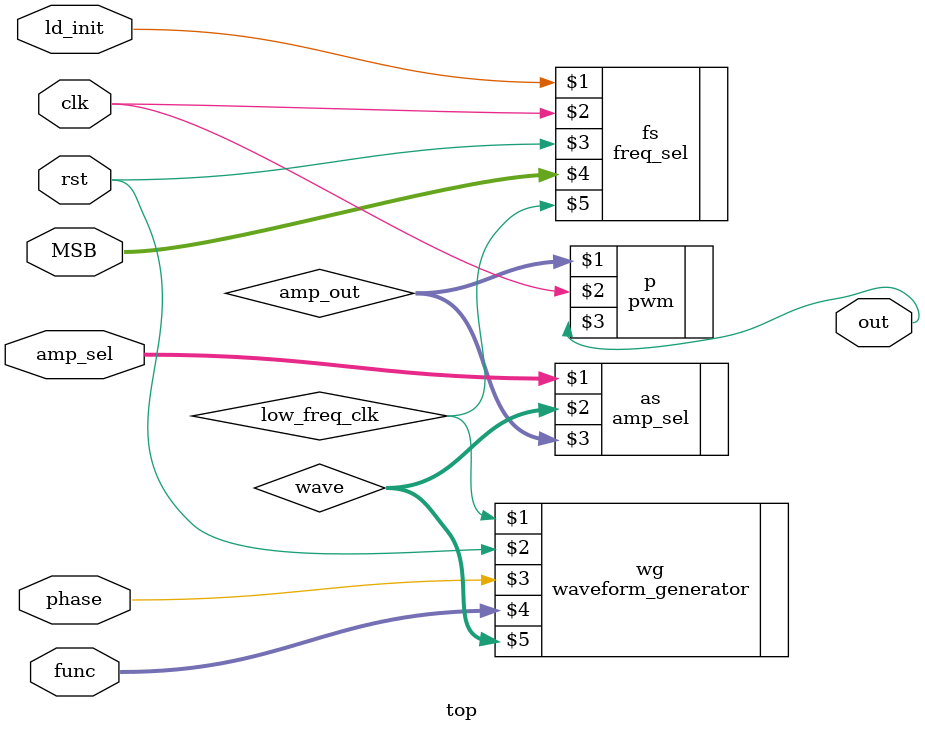
<source format=v>
module top(input clk , rst , phase , ld_init , input [1:0]amp_sel, input [2:0] MSB ,func, output  out);
	wire[7:0] wave;
	wire low_freq_clk;
	wire[7:0] amp_out;
	freq_sel fs(ld_init , clk ,rst,MSB, low_freq_clk);
	amp_sel as(amp_sel ,  wave ,amp_out);

	waveform_generator wg(low_freq_clk,rst,phase ,func , wave);
	pwm p(amp_out , clk ,  out);	
endmodule

</source>
